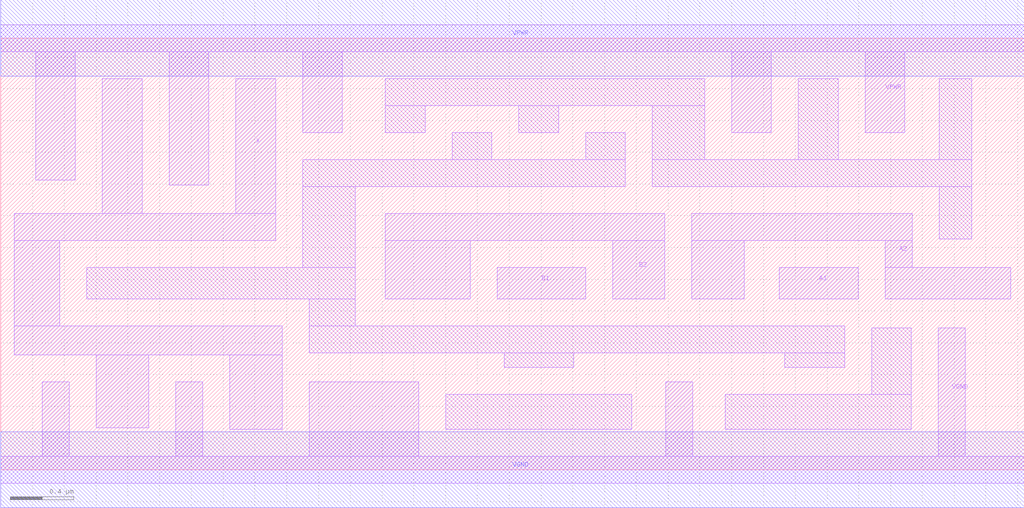
<source format=lef>
# Copyright 2020 The SkyWater PDK Authors
#
# Licensed under the Apache License, Version 2.0 (the "License");
# you may not use this file except in compliance with the License.
# You may obtain a copy of the License at
#
#     https://www.apache.org/licenses/LICENSE-2.0
#
# Unless required by applicable law or agreed to in writing, software
# distributed under the License is distributed on an "AS IS" BASIS,
# WITHOUT WARRANTIES OR CONDITIONS OF ANY KIND, either express or implied.
# See the License for the specific language governing permissions and
# limitations under the License.
#
# SPDX-License-Identifier: Apache-2.0

VERSION 5.5 ;
NAMESCASESENSITIVE ON ;
BUSBITCHARS "[]" ;
DIVIDERCHAR "/" ;
MACRO sky130_fd_sc_hd__a22o_4
  CLASS CORE ;
  SOURCE USER ;
  ORIGIN  0.000000  0.000000 ;
  SIZE  6.440000 BY  2.720000 ;
  SYMMETRY X Y R90 ;
  SITE unithd ;
  PIN A1
    ANTENNAGATEAREA  0.495000 ;
    DIRECTION INPUT ;
    USE SIGNAL ;
    PORT
      LAYER li1 ;
        RECT 4.900000 1.075000 5.395000 1.275000 ;
    END
  END A1
  PIN A2
    ANTENNAGATEAREA  0.495000 ;
    DIRECTION INPUT ;
    USE SIGNAL ;
    PORT
      LAYER li1 ;
        RECT 4.350000 1.075000 4.680000 1.445000 ;
        RECT 4.350000 1.445000 5.735000 1.615000 ;
        RECT 5.565000 1.075000 6.355000 1.275000 ;
        RECT 5.565000 1.275000 5.735000 1.445000 ;
    END
  END A2
  PIN B1
    ANTENNAGATEAREA  0.495000 ;
    DIRECTION INPUT ;
    USE SIGNAL ;
    PORT
      LAYER li1 ;
        RECT 3.125000 1.075000 3.680000 1.275000 ;
    END
  END B1
  PIN B2
    ANTENNAGATEAREA  0.495000 ;
    DIRECTION INPUT ;
    USE SIGNAL ;
    PORT
      LAYER li1 ;
        RECT 2.420000 1.075000 2.955000 1.445000 ;
        RECT 2.420000 1.445000 4.180000 1.615000 ;
        RECT 3.850000 1.075000 4.180000 1.445000 ;
    END
  END B2
  PIN X
    ANTENNADIFFAREA  0.891000 ;
    DIRECTION OUTPUT ;
    USE SIGNAL ;
    PORT
      LAYER li1 ;
        RECT 0.085000 0.725000 1.770000 0.905000 ;
        RECT 0.085000 0.905000 0.370000 1.445000 ;
        RECT 0.085000 1.445000 1.730000 1.615000 ;
        RECT 0.600000 0.265000 0.930000 0.725000 ;
        RECT 0.640000 1.615000 0.890000 2.465000 ;
        RECT 1.440000 0.255000 1.770000 0.725000 ;
        RECT 1.480000 1.615000 1.730000 2.465000 ;
    END
  END X
  PIN VGND
    DIRECTION INOUT ;
    SHAPE ABUTMENT ;
    USE GROUND ;
    PORT
      LAYER li1 ;
        RECT 0.000000 -0.085000 6.440000 0.085000 ;
        RECT 0.260000  0.085000 0.430000 0.555000 ;
        RECT 1.100000  0.085000 1.270000 0.555000 ;
        RECT 1.940000  0.085000 2.630000 0.555000 ;
        RECT 4.185000  0.085000 4.355000 0.555000 ;
        RECT 5.900000  0.085000 6.070000 0.895000 ;
    END
    PORT
      LAYER met1 ;
        RECT 0.000000 -0.240000 6.440000 0.240000 ;
    END
  END VGND
  PIN VPWR
    DIRECTION INOUT ;
    SHAPE ABUTMENT ;
    USE POWER ;
    PORT
      LAYER li1 ;
        RECT 0.000000 2.635000 6.440000 2.805000 ;
        RECT 0.220000 1.825000 0.470000 2.635000 ;
        RECT 1.060000 1.795000 1.310000 2.635000 ;
        RECT 1.900000 2.125000 2.150000 2.635000 ;
        RECT 4.600000 2.125000 4.850000 2.635000 ;
        RECT 5.440000 2.125000 5.690000 2.635000 ;
    END
    PORT
      LAYER met1 ;
        RECT 0.000000 2.480000 6.440000 2.960000 ;
    END
  END VPWR
  OBS
    LAYER li1 ;
      RECT 0.540000 1.075000 2.230000 1.275000 ;
      RECT 1.900000 1.275000 2.230000 1.785000 ;
      RECT 1.900000 1.785000 3.930000 1.955000 ;
      RECT 1.940000 0.735000 5.310000 0.905000 ;
      RECT 1.940000 0.905000 2.230000 1.075000 ;
      RECT 2.420000 2.125000 2.670000 2.295000 ;
      RECT 2.420000 2.295000 4.430000 2.465000 ;
      RECT 2.800000 0.255000 3.970000 0.475000 ;
      RECT 2.840000 1.955000 3.090000 2.125000 ;
      RECT 3.170000 0.645000 3.605000 0.735000 ;
      RECT 3.260000 2.125000 3.510000 2.295000 ;
      RECT 3.680000 1.955000 3.930000 2.125000 ;
      RECT 4.100000 1.785000 6.110000 1.955000 ;
      RECT 4.100000 1.955000 4.430000 2.295000 ;
      RECT 4.560000 0.255000 5.730000 0.475000 ;
      RECT 4.935000 0.645000 5.310000 0.735000 ;
      RECT 5.020000 1.955000 5.270000 2.465000 ;
      RECT 5.480000 0.475000 5.730000 0.895000 ;
      RECT 5.905000 1.455000 6.110000 1.785000 ;
      RECT 5.905000 1.955000 6.110000 2.465000 ;
  END
END sky130_fd_sc_hd__a22o_4
END LIBRARY

</source>
